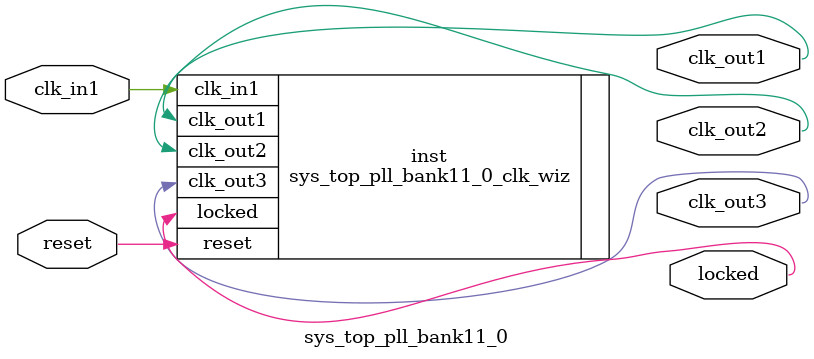
<source format=v>


`timescale 1ps/1ps

(* CORE_GENERATION_INFO = "sys_top_pll_bank11_0,clk_wiz_v6_0_3_0_0,{component_name=sys_top_pll_bank11_0,use_phase_alignment=true,use_min_o_jitter=false,use_max_i_jitter=false,use_dyn_phase_shift=false,use_inclk_switchover=false,use_dyn_reconfig=false,enable_axi=0,feedback_source=FDBK_AUTO,PRIMITIVE=MMCM,num_out_clk=3,clkin1_period=15.000,clkin2_period=10.0,use_power_down=false,use_reset=true,use_locked=true,use_inclk_stopped=false,feedback_type=SINGLE,CLOCK_MGR_TYPE=NA,manual_override=false}" *)

module sys_top_pll_bank11_0 
 (
  // Clock out ports
  output        clk_out1,
  output        clk_out2,
  output        clk_out3,
  // Status and control signals
  input         reset,
  output        locked,
 // Clock in ports
  input         clk_in1
 );

  sys_top_pll_bank11_0_clk_wiz inst
  (
  // Clock out ports  
  .clk_out1(clk_out1),
  .clk_out2(clk_out2),
  .clk_out3(clk_out3),
  // Status and control signals               
  .reset(reset), 
  .locked(locked),
 // Clock in ports
  .clk_in1(clk_in1)
  );

endmodule

</source>
